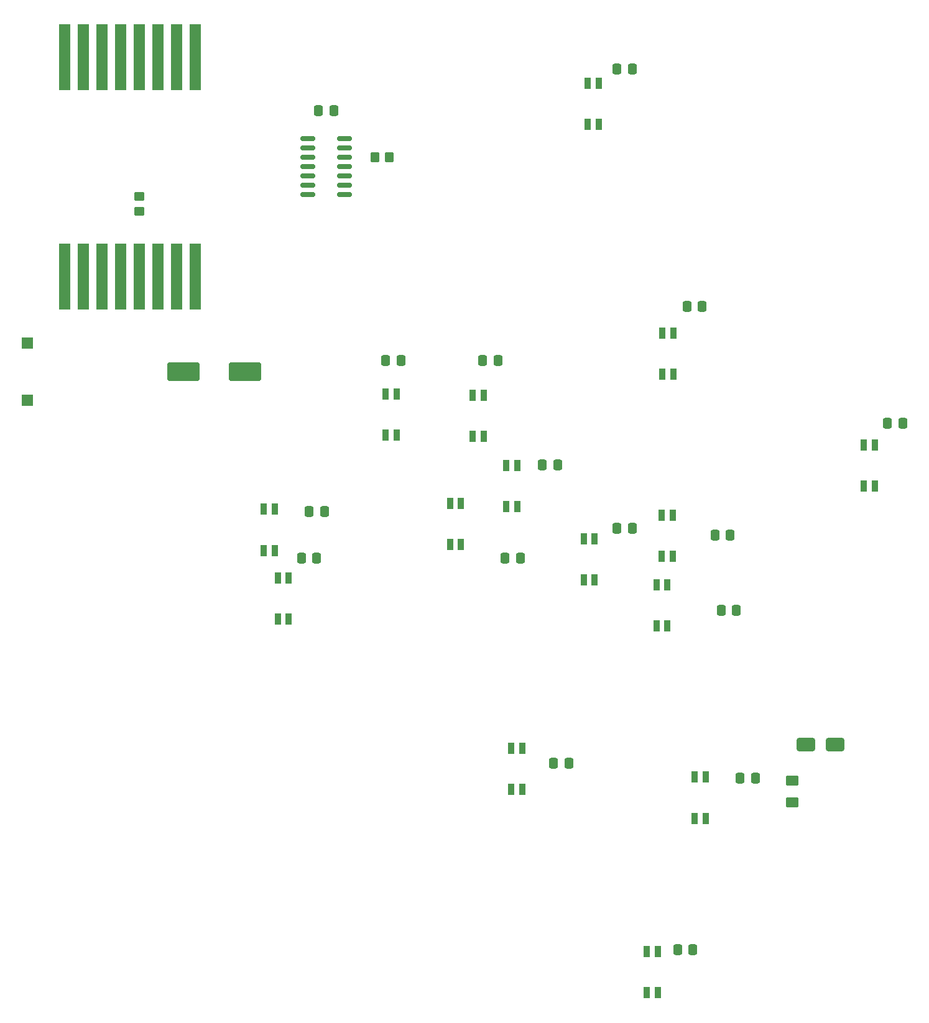
<source format=gbp>
G04 #@! TF.GenerationSoftware,KiCad,Pcbnew,7.0.10*
G04 #@! TF.CreationDate,2024-02-18T18:29:19+01:00*
G04 #@! TF.ProjectId,hackerspacesnl,6861636b-6572-4737-9061-6365736e6c2e,rev?*
G04 #@! TF.SameCoordinates,Original*
G04 #@! TF.FileFunction,Paste,Bot*
G04 #@! TF.FilePolarity,Positive*
%FSLAX46Y46*%
G04 Gerber Fmt 4.6, Leading zero omitted, Abs format (unit mm)*
G04 Created by KiCad (PCBNEW 7.0.10) date 2024-02-18 18:29:19*
%MOMM*%
%LPD*%
G01*
G04 APERTURE LIST*
G04 Aperture macros list*
%AMRoundRect*
0 Rectangle with rounded corners*
0 $1 Rounding radius*
0 $2 $3 $4 $5 $6 $7 $8 $9 X,Y pos of 4 corners*
0 Add a 4 corners polygon primitive as box body*
4,1,4,$2,$3,$4,$5,$6,$7,$8,$9,$2,$3,0*
0 Add four circle primitives for the rounded corners*
1,1,$1+$1,$2,$3*
1,1,$1+$1,$4,$5*
1,1,$1+$1,$6,$7*
1,1,$1+$1,$8,$9*
0 Add four rect primitives between the rounded corners*
20,1,$1+$1,$2,$3,$4,$5,0*
20,1,$1+$1,$4,$5,$6,$7,0*
20,1,$1+$1,$6,$7,$8,$9,0*
20,1,$1+$1,$8,$9,$2,$3,0*%
G04 Aperture macros list end*
%ADD10R,0.820000X1.600000*%
%ADD11RoundRect,0.250000X-0.337500X-0.475000X0.337500X-0.475000X0.337500X0.475000X-0.337500X0.475000X0*%
%ADD12RoundRect,0.250001X0.624999X-0.462499X0.624999X0.462499X-0.624999X0.462499X-0.624999X-0.462499X0*%
%ADD13RoundRect,0.250000X0.450000X-0.350000X0.450000X0.350000X-0.450000X0.350000X-0.450000X-0.350000X0*%
%ADD14RoundRect,0.250000X1.950000X1.000000X-1.950000X1.000000X-1.950000X-1.000000X1.950000X-1.000000X0*%
%ADD15RoundRect,0.250000X-0.350000X-0.450000X0.350000X-0.450000X0.350000X0.450000X-0.350000X0.450000X0*%
%ADD16R,1.500000X1.500000*%
%ADD17RoundRect,0.150000X0.825000X0.150000X-0.825000X0.150000X-0.825000X-0.150000X0.825000X-0.150000X0*%
%ADD18R,1.600000X9.000000*%
%ADD19RoundRect,0.250000X-1.000000X-0.650000X1.000000X-0.650000X1.000000X0.650000X-1.000000X0.650000X0*%
%ADD20RoundRect,0.250000X0.337500X0.475000X-0.337500X0.475000X-0.337500X-0.475000X0.337500X-0.475000X0*%
G04 APERTURE END LIST*
D10*
X94567440Y-109346080D03*
X93067440Y-109346080D03*
X93067440Y-114946080D03*
X94567440Y-114946080D03*
X71108000Y-119539100D03*
X69608000Y-119539100D03*
X69608000Y-125139100D03*
X71108000Y-125139100D03*
X123509100Y-86142400D03*
X122009100Y-86142400D03*
X122009100Y-91742400D03*
X123509100Y-91742400D03*
X123382100Y-110970900D03*
X121882100Y-110970900D03*
X121882100Y-116570900D03*
X123382100Y-116570900D03*
X112764900Y-114158600D03*
X111264900Y-114158600D03*
X111264900Y-119758600D03*
X112764900Y-119758600D03*
X102897000Y-142695500D03*
X101397000Y-142695500D03*
X101397000Y-148295500D03*
X102897000Y-148295500D03*
X97651900Y-94664100D03*
X96151900Y-94664100D03*
X96151900Y-100264100D03*
X97651900Y-100264100D03*
X150889400Y-101370480D03*
X149389400Y-101370480D03*
X149389400Y-106970480D03*
X150889400Y-106970480D03*
X122675080Y-120456040D03*
X121175080Y-120456040D03*
X121175080Y-126056040D03*
X122675080Y-126056040D03*
X121362800Y-170432300D03*
X119862800Y-170432300D03*
X119862800Y-176032300D03*
X121362800Y-176032300D03*
X85777400Y-94499000D03*
X84277400Y-94499000D03*
X84277400Y-100099000D03*
X85777400Y-100099000D03*
X69227500Y-110170800D03*
X67727500Y-110170800D03*
X67727500Y-115770800D03*
X69227500Y-115770800D03*
X102198500Y-104176400D03*
X100698500Y-104176400D03*
X100698500Y-109776400D03*
X102198500Y-109776400D03*
X113309200Y-52093700D03*
X111809200Y-52093700D03*
X111809200Y-57693700D03*
X113309200Y-57693700D03*
X127865200Y-146657900D03*
X126365200Y-146657900D03*
X126365200Y-152257900D03*
X127865200Y-152257900D03*
D11*
X152632500Y-98425000D03*
X154707500Y-98425000D03*
X132588000Y-146812000D03*
X134663000Y-146812000D03*
D12*
X139700000Y-150077500D03*
X139700000Y-147102500D03*
D11*
X115802500Y-112776000D03*
X117877500Y-112776000D03*
X129137500Y-113665000D03*
X131212500Y-113665000D03*
D13*
X50800000Y-69580000D03*
X50800000Y-67580000D03*
D14*
X65160000Y-91440000D03*
X56760000Y-91440000D03*
D11*
X72855000Y-116840000D03*
X74930000Y-116840000D03*
X124057500Y-170180000D03*
X126132500Y-170180000D03*
X75162500Y-55880000D03*
X77237500Y-55880000D03*
X97514500Y-89916000D03*
X99589500Y-89916000D03*
D15*
X82820000Y-62230000D03*
X84820000Y-62230000D03*
D16*
X35560000Y-95340000D03*
X35560000Y-87540000D03*
D17*
X78675000Y-59690000D03*
X78675000Y-60960000D03*
X78675000Y-62230000D03*
X78675000Y-63500000D03*
X78675000Y-64770000D03*
X78675000Y-66040000D03*
X78675000Y-67310000D03*
X73725000Y-67310000D03*
X73725000Y-66040000D03*
X73725000Y-64770000D03*
X73725000Y-63500000D03*
X73725000Y-62230000D03*
X73725000Y-60960000D03*
X73725000Y-59690000D03*
D11*
X105642500Y-104140000D03*
X107717500Y-104140000D03*
D18*
X40640000Y-48570000D03*
X43180000Y-48570000D03*
X45720000Y-48570000D03*
X48260000Y-48570000D03*
X50800000Y-48570000D03*
X53340000Y-48570000D03*
X55880000Y-48570000D03*
X58420000Y-48570000D03*
X58420000Y-78430000D03*
X55880000Y-78430000D03*
X53340000Y-78430000D03*
X50800000Y-78430000D03*
X48260000Y-78430000D03*
X45720000Y-78430000D03*
X43180000Y-78430000D03*
X40640000Y-78430000D03*
D11*
X130005000Y-123952000D03*
X132080000Y-123952000D03*
D19*
X141510000Y-142240000D03*
X145510000Y-142240000D03*
D20*
X117877500Y-50165000D03*
X115802500Y-50165000D03*
D11*
X100562500Y-116840000D03*
X102637500Y-116840000D03*
X73892500Y-110490000D03*
X75967500Y-110490000D03*
D20*
X86381500Y-89916000D03*
X84306500Y-89916000D03*
D11*
X125327500Y-82550000D03*
X127402500Y-82550000D03*
X107166500Y-144780000D03*
X109241500Y-144780000D03*
M02*

</source>
